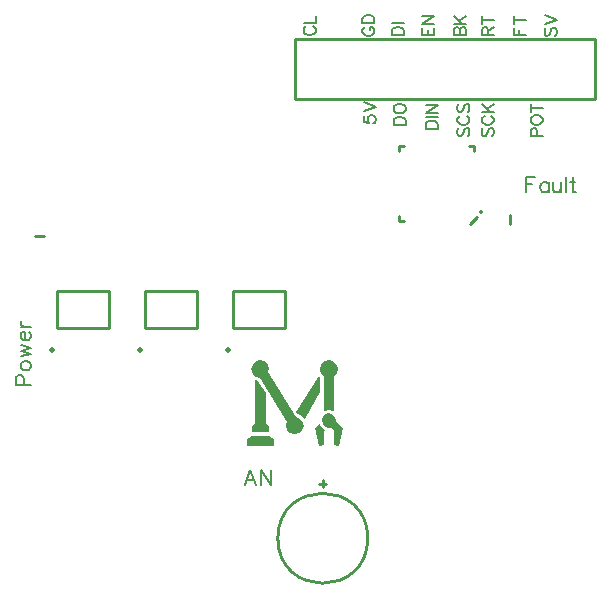
<source format=gto>
G04 DipTrace 3.0.0.1*
G04 brushless-driver_lay.GTO*
%MOIN*%
G04 #@! TF.FileFunction,Legend,Top*
G04 #@! TF.Part,Single*
%ADD10C,0.009843*%
%ADD26O,0.012802X0.013772*%
%ADD30C,0.01874*%
%ADD74C,0.00772*%
%ADD75C,0.006176*%
%FSLAX26Y26*%
G04*
G70*
G90*
G75*
G01*
G04 TopSilk*
%LPD*%
X1432290Y793873D2*
D10*
X1455930D1*
X1444110Y805669D2*
Y782043D1*
X1294110Y612763D2*
G02X1294110Y612763I150000J0D01*
G01*
X2066965Y1659636D2*
Y1691133D1*
X484513Y1621340D2*
X516009D1*
X1350361Y2275432D2*
X2350361D1*
Y2075432D1*
X1350361D1*
Y2275432D1*
X1947916Y1921110D2*
Y1903882D1*
Y1921110D2*
X1932027D1*
X1699189D2*
Y1903882D1*
Y1921110D2*
X1715077D1*
X1699189Y1670167D2*
Y1687396D1*
Y1670167D2*
X1715077D1*
X1957374Y1684587D2*
X1935085Y1660446D1*
D26*
X1970176Y1700114D3*
X1144080Y1312886D2*
D10*
X1319080D1*
Y1437885D1*
X1144080D1*
Y1312886D1*
D30*
X1128450Y1241020D3*
X850299Y1312886D2*
D10*
X1025299D1*
Y1437885D1*
X850299D1*
Y1312886D1*
D30*
X834669Y1241020D3*
X556518Y1312886D2*
D10*
X731518D1*
Y1437885D1*
X556518D1*
Y1312886D1*
D30*
X540888Y1241020D3*
G36*
X1190350Y919820D2*
Y943820D1*
X1207350Y953820D1*
X1264350D1*
X1281350Y943820D1*
Y919820D1*
D1*
X1190350D1*
G37*
G36*
X1207350Y965820D2*
Y987820D1*
X1218350Y994820D1*
Y1140820D1*
X1226350Y1138820D1*
X1253350Y1095820D1*
Y994820D1*
X1264350Y987820D1*
Y965820D1*
X1207350D1*
G37*
G36*
X1233350Y1147820D2*
X1221350Y1151820D1*
X1210350Y1161820D1*
X1206350Y1176820D1*
X1210350Y1191820D1*
X1221350Y1202820D1*
X1235350Y1206820D1*
X1250350Y1202820D1*
X1261350Y1191820D1*
X1265350Y1176820D1*
X1262350Y1165820D1*
X1353350Y1017820D1*
X1365350Y1013820D1*
X1376350Y1002820D1*
X1380350Y987820D1*
X1376350Y973820D1*
X1365350Y962820D1*
X1350350Y958820D1*
X1335350Y962820D1*
X1324350Y973820D1*
X1320350Y988820D1*
X1323350Y1000820D1*
X1233350Y1147820D1*
G37*
G36*
X1356350Y1032820D2*
X1359350Y1027820D1*
X1372350Y1023820D1*
X1383350Y1010820D1*
X1436350Y1098820D1*
Y1149820D1*
X1430350Y1154820D1*
D1*
X1356350Y1032820D1*
G37*
G36*
X1447350Y1153820D2*
X1439350Y1161820D1*
X1434350Y1176820D1*
X1438350Y1191820D1*
X1449350Y1202820D1*
X1464350Y1206820D1*
X1479350Y1202820D1*
X1490350Y1191820D1*
X1494350Y1176820D1*
X1490350Y1162820D1*
X1481350Y1153820D1*
Y1036820D1*
X1464350Y1041820D1*
X1447350Y1036820D1*
Y1153820D1*
G37*
G36*
X1433350Y993820D2*
X1434350Y988820D1*
X1446350Y975820D1*
X1450350Y974820D1*
X1447350Y971820D1*
Y922820D1*
X1430350Y919820D1*
X1418350Y979820D1*
X1433350Y993820D1*
G37*
G36*
X1444350Y1017820D2*
X1441350Y1005820D1*
X1444350Y993820D1*
X1453350Y984820D1*
X1464350Y981820D1*
X1470350Y983820D1*
X1482350Y970820D1*
X1481350Y922820D1*
X1499350Y919820D1*
X1510350Y979820D1*
X1487350Y1002820D1*
X1488350Y1006820D1*
X1485350Y1016820D1*
X1476350Y1025820D1*
X1464350Y1028820D1*
X1452350Y1025820D1*
X1444350Y1017820D1*
G37*
X2152689Y1816161D2*
D74*
X2121572D1*
Y1765921D1*
Y1792229D2*
X2140696D1*
X2196813Y1799414D2*
Y1765921D1*
Y1792229D2*
X2192060Y1797037D1*
X2187252Y1799414D1*
X2180122D1*
X2175313Y1797037D1*
X2170560Y1792229D1*
X2168128Y1785044D1*
Y1780291D1*
X2170560Y1773106D1*
X2175313Y1768353D1*
X2180122Y1765921D1*
X2187252D1*
X2192060Y1768353D1*
X2196813Y1773106D1*
X2212253Y1799414D2*
Y1775482D1*
X2214629Y1768353D1*
X2219438Y1765921D1*
X2226623D1*
X2231376Y1768353D1*
X2238561Y1775482D1*
Y1799414D2*
Y1765921D1*
X2254000Y1816161D2*
Y1765921D1*
X2276624Y1816161D2*
Y1775482D1*
X2279001Y1768353D1*
X2283809Y1765921D1*
X2288563D1*
X2269439Y1799414D2*
X2286186D1*
X446809Y1123222D2*
Y1144777D1*
X444432Y1151907D1*
X442001Y1154339D1*
X437247Y1156715D1*
X430062D1*
X425309Y1154339D1*
X422877Y1151907D1*
X420501Y1144777D1*
Y1123222D1*
X470741D1*
X437247Y1184093D2*
X439624Y1179340D1*
X444432Y1174531D1*
X451617Y1172155D1*
X456371D1*
X463556Y1174531D1*
X468309Y1179340D1*
X470741Y1184093D1*
Y1191278D1*
X468309Y1196086D1*
X463556Y1200840D1*
X456371Y1203271D1*
X451617D1*
X444432Y1200840D1*
X439624Y1196086D1*
X437247Y1191278D1*
Y1184093D1*
Y1218711D2*
X470741Y1228272D1*
X437247Y1237834D1*
X470741Y1247395D1*
X437247Y1256957D1*
X451617Y1272396D2*
Y1301081D1*
X446809D1*
X442001Y1298705D1*
X439624Y1296328D1*
X437247Y1291520D1*
Y1284335D1*
X439624Y1279581D1*
X444432Y1274773D1*
X451617Y1272396D1*
X456371D1*
X463556Y1274773D1*
X468309Y1279581D1*
X470741Y1284335D1*
Y1291520D1*
X468309Y1296328D1*
X463556Y1301081D1*
X437247Y1316521D2*
X470741Y1316520D1*
X451617D2*
X444432Y1318952D1*
X439624Y1323706D1*
X437247Y1328514D1*
Y1335699D1*
X1222276Y790818D2*
X1203097Y841058D1*
X1183974Y790818D1*
X1191159Y807565D2*
X1215091D1*
X1271208Y841058D2*
Y790818D1*
X1237715Y841058D1*
Y790818D1*
X1389765Y2318801D2*
D75*
X1385962Y2316900D1*
X1382115Y2313053D1*
X1380214Y2309250D1*
Y2301601D1*
X1382115Y2297754D1*
X1385962Y2293952D1*
X1389765Y2292006D1*
X1395513Y2290105D1*
X1405107D1*
X1410811Y2292006D1*
X1414658Y2293952D1*
X1418461Y2297754D1*
X1420406Y2301601D1*
Y2309250D1*
X1418461Y2313053D1*
X1414658Y2316900D1*
X1410811Y2318801D1*
X1380214Y2331152D2*
X1420406D1*
Y2354100D1*
X1585457Y2316877D2*
X1581655Y2314976D1*
X1577808Y2311129D1*
X1575907Y2307327D1*
Y2299677D1*
X1577808Y2295830D1*
X1581655Y2292028D1*
X1585457Y2290082D1*
X1591205Y2288181D1*
X1600800D1*
X1606504Y2290082D1*
X1610351Y2292028D1*
X1614153Y2295830D1*
X1616099Y2299677D1*
Y2307326D1*
X1614153Y2311129D1*
X1610351Y2314976D1*
X1606504Y2316877D1*
X1600800D1*
Y2307326D1*
X1575907Y2329228D2*
X1616099D1*
Y2342626D1*
X1614153Y2348374D1*
X1610351Y2352221D1*
X1606504Y2354122D1*
X1600800Y2356023D1*
X1591206D1*
X1585457Y2354122D1*
X1581655Y2352221D1*
X1577808Y2348374D1*
X1575907Y2342626D1*
Y2329228D1*
X1674071Y2290028D2*
X1714263D1*
Y2303425D1*
X1712317Y2309173D1*
X1708515Y2313020D1*
X1704668Y2314921D1*
X1698964Y2316822D1*
X1689370D1*
X1683622Y2314921D1*
X1679819Y2313020D1*
X1675972Y2309173D1*
X1674071Y2303425D1*
Y2290028D1*
Y2329174D2*
X1714263D1*
X1881239Y2289131D2*
X1921431D1*
Y2306375D1*
X1919485Y2312123D1*
X1917584Y2314025D1*
X1913782Y2315926D1*
X1908034D1*
X1904187Y2314025D1*
X1902286Y2312123D1*
X1900384Y2306375D1*
X1898439Y2312123D1*
X1896538Y2314025D1*
X1892735Y2315926D1*
X1888888D1*
X1885086Y2314025D1*
X1883140Y2312123D1*
X1881239Y2306375D1*
Y2289131D1*
X1900384D2*
Y2306375D1*
X1881239Y2328277D2*
X1921431D1*
X1881239Y2355072D2*
X1908034Y2328277D1*
X1898439Y2337828D2*
X1921431Y2355072D1*
X1994144Y2289131D2*
Y2306331D1*
X1992199Y2312079D1*
X1990297Y2314025D1*
X1986495Y2315926D1*
X1982648D1*
X1978846Y2314025D1*
X1976900Y2312079D1*
X1974999Y2306331D1*
Y2289131D1*
X2015191D1*
X1994144Y2302529D2*
X2015191Y2315926D1*
X1974999Y2341675D2*
X2015191D1*
X1974999Y2328277D2*
Y2355072D1*
X2080310Y2314976D2*
Y2290083D1*
X2120502D1*
X2099455D2*
Y2305381D1*
X2080310Y2340725D2*
X2120502D1*
X2080310Y2327327D2*
Y2354122D1*
X2188920Y2314024D2*
X2185073Y2310222D1*
X2183172Y2304474D1*
Y2296825D1*
X2185073Y2291076D1*
X2188920Y2287230D1*
X2192723D1*
X2196569Y2289175D1*
X2198471Y2291076D1*
X2200372Y2294879D1*
X2204219Y2306375D1*
X2206120Y2310222D1*
X2208065Y2312123D1*
X2211868Y2314024D1*
X2217616D1*
X2221419Y2310222D1*
X2223364Y2304474D1*
Y2296824D1*
X2221418Y2291076D1*
X2217616Y2287230D1*
X2183172Y2326376D2*
X2223364Y2341674D1*
X2183172Y2356973D1*
X1774005Y2314953D2*
Y2290104D1*
X1814197D1*
Y2314953D1*
X1793151Y2290104D2*
Y2305402D1*
X1774005Y2354099D2*
X1814197D1*
X1774005Y2327304D1*
X1814197D1*
X1580279Y2019272D2*
Y2000171D1*
X1597479Y1998270D1*
X1595578Y2000171D1*
X1593632Y2005919D1*
Y2011623D1*
X1595578Y2017371D1*
X1599380Y2021218D1*
X1605128Y2023119D1*
X1608931D1*
X1614679Y2021218D1*
X1618526Y2017371D1*
X1620427Y2011623D1*
Y2005919D1*
X1618526Y2000171D1*
X1616580Y1998270D1*
X1612778Y1996324D1*
X1580235Y2035470D2*
X1620427Y2050769D1*
X1580235Y2066067D1*
X1680245Y1990074D2*
X1720437D1*
X1720438Y2003471D1*
X1718492Y2009219D1*
X1714689Y2013066D1*
X1710843Y2014967D1*
X1705139Y2016868D1*
X1695544D1*
X1689796Y2014967D1*
X1685994Y2013066D1*
X1682147Y2009219D1*
X1680245Y2003471D1*
Y1990074D1*
Y2040716D2*
X1682147Y2036869D1*
X1685994Y2033066D1*
X1689796Y2031121D1*
X1695544Y2029220D1*
X1705139D1*
X1710843Y2031121D1*
X1714689Y2033066D1*
X1718492Y2036869D1*
X1720437Y2040716D1*
Y2048365D1*
X1718492Y2052167D1*
X1714689Y2056014D1*
X1710843Y2057915D1*
X1705139Y2059817D1*
X1695544D1*
X1689796Y2057915D1*
X1685994Y2056014D1*
X1682147Y2052167D1*
X1680245Y2048365D1*
Y2040716D1*
X1786507Y1977572D2*
X1826699D1*
Y1990970D1*
X1824753Y1996718D1*
X1820951Y2000564D1*
X1817104Y2002466D1*
X1811400Y2004367D1*
X1801805D1*
X1796057Y2002466D1*
X1792255Y2000564D1*
X1788408Y1996718D1*
X1786507Y1990970D1*
Y1977572D1*
Y2016718D2*
X1826699D1*
X1786507Y2055864D2*
X1826699D1*
X1786507Y2029070D1*
X1826699D1*
X1898516Y1979364D2*
X1894669Y1975562D1*
X1892768Y1969814D1*
Y1962164D1*
X1894669Y1956416D1*
X1898516Y1952570D1*
X1902318D1*
X1906165Y1954515D1*
X1908066Y1956416D1*
X1909968Y1960219D1*
X1913814Y1971715D1*
X1915716Y1975562D1*
X1917661Y1977463D1*
X1921464Y1979364D1*
X1927212D1*
X1931014Y1975562D1*
X1932960Y1969814D1*
Y1962164D1*
X1931014Y1956416D1*
X1927212Y1952570D1*
X1902318Y2020412D2*
X1898516Y2018510D1*
X1894669Y2014664D1*
X1892768Y2010861D1*
Y2003212D1*
X1894669Y1999365D1*
X1898516Y1995562D1*
X1902318Y1993617D1*
X1908066Y1991716D1*
X1917661D1*
X1923365Y1993617D1*
X1927212Y1995562D1*
X1931014Y1999365D1*
X1932960Y2003212D1*
Y2010861D1*
X1931014Y2014663D1*
X1927212Y2018510D1*
X1923365Y2020412D1*
X1898516Y2059558D2*
X1894669Y2055755D1*
X1892768Y2050007D1*
Y2042358D1*
X1894669Y2036610D1*
X1898516Y2032763D1*
X1902318D1*
X1906165Y2034708D1*
X1908066Y2036610D1*
X1909968Y2040412D1*
X1913814Y2051908D1*
X1915716Y2055755D1*
X1917661Y2057656D1*
X1921464Y2059558D1*
X1927212D1*
X1931014Y2055755D1*
X1932960Y2050007D1*
Y2042358D1*
X1931014Y2036610D1*
X1927212Y2032763D1*
X1979774Y1979364D2*
X1975928Y1975562D1*
X1974026Y1969814D1*
Y1962164D1*
X1975928Y1956416D1*
X1979774Y1952570D1*
X1983577D1*
X1987424Y1954515D1*
X1989325Y1956416D1*
X1991226Y1960219D1*
X1995073Y1971715D1*
X1996974Y1975562D1*
X1998920Y1977463D1*
X2002722Y1979364D1*
X2008470D1*
X2012273Y1975562D1*
X2014218Y1969814D1*
Y1962164D1*
X2012273Y1956416D1*
X2008470Y1952570D1*
X1983577Y2020412D2*
X1979774Y2018510D1*
X1975928Y2014664D1*
X1974026Y2010861D1*
Y2003212D1*
X1975928Y1999365D1*
X1979774Y1995562D1*
X1983577Y1993617D1*
X1989325Y1991716D1*
X1998920D1*
X2004624Y1993617D1*
X2008470Y1995562D1*
X2012273Y1999365D1*
X2014218Y2003212D1*
Y2010861D1*
X2012273Y2014663D1*
X2008470Y2018510D1*
X2004624Y2020412D1*
X1974026Y2032763D2*
X2014218D1*
X1974026Y2059558D2*
X2000821Y2032763D1*
X1991226Y2042313D2*
X2014218Y2059558D1*
X2157590Y1952570D2*
Y1969814D1*
X2155689Y1975517D1*
X2153743Y1977463D1*
X2149941Y1979364D1*
X2144193D1*
X2140390Y1977463D1*
X2138445Y1975517D1*
X2136543Y1969814D1*
Y1952570D1*
X2176735D1*
X2136543Y2003212D2*
X2138445Y1999365D1*
X2142291Y1995562D1*
X2146094Y1993617D1*
X2151842Y1991716D1*
X2161437D1*
X2167141Y1993617D1*
X2170987Y1995562D1*
X2174790Y1999365D1*
X2176735Y2003212D1*
Y2010861D1*
X2174790Y2014663D1*
X2170987Y2018510D1*
X2167141Y2020412D1*
X2161437Y2022313D1*
X2151842D1*
X2146094Y2020412D1*
X2142291Y2018510D1*
X2138445Y2014664D1*
X2136543Y2010861D1*
Y2003212D1*
Y2048062D2*
X2176735Y2048061D1*
X2136543Y2034664D2*
Y2061459D1*
M02*

</source>
